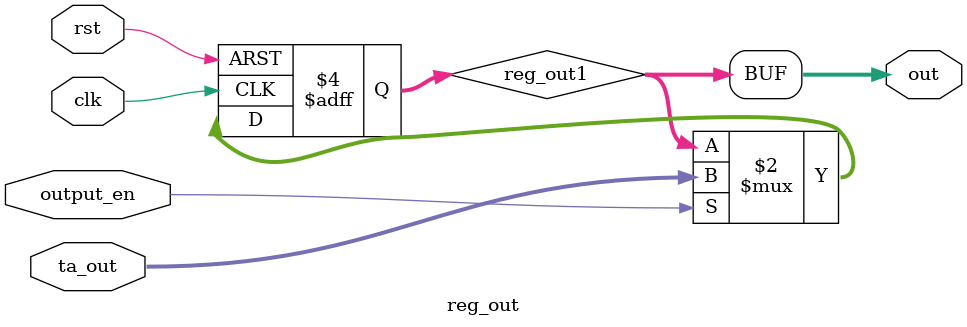
<source format=v>
module reg_out(
input clk,rst,
input [6:0] ta_out,
input output_en,
output [6:0] out
    );
    reg [6:0] reg_out1;
    
    always @(posedge clk or posedge rst) begin
    if(rst)
    reg_out1 <= 0;
    else if (output_en)
    reg_out1 <= ta_out;
    end
    assign out = reg_out1;
endmodule

</source>
